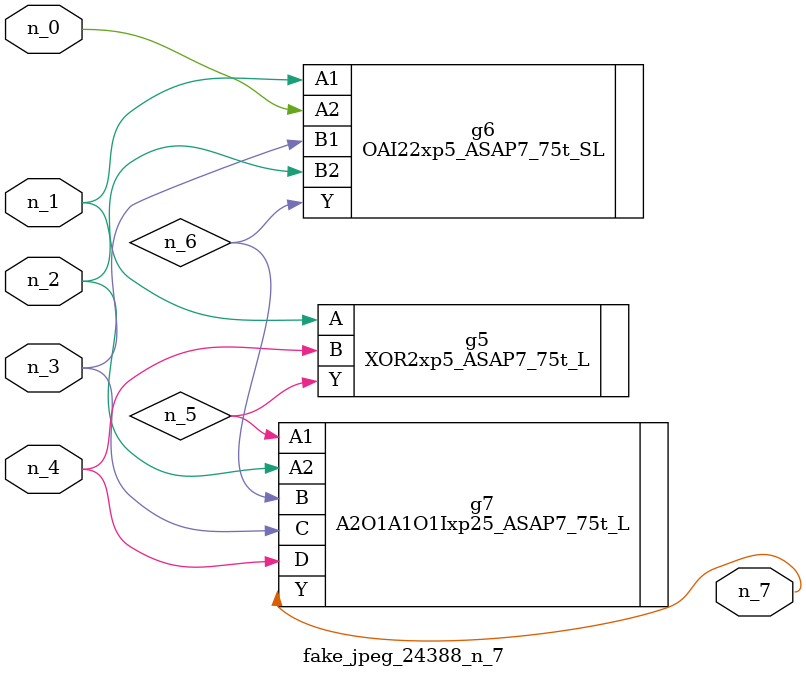
<source format=v>
module fake_jpeg_24388_n_7 (n_3, n_2, n_1, n_0, n_4, n_7);

input n_3;
input n_2;
input n_1;
input n_0;
input n_4;

output n_7;

wire n_6;
wire n_5;

XOR2xp5_ASAP7_75t_L g5 ( 
.A(n_1),
.B(n_4),
.Y(n_5)
);

OAI22xp5_ASAP7_75t_SL g6 ( 
.A1(n_1),
.A2(n_0),
.B1(n_3),
.B2(n_2),
.Y(n_6)
);

A2O1A1O1Ixp25_ASAP7_75t_L g7 ( 
.A1(n_5),
.A2(n_2),
.B(n_6),
.C(n_3),
.D(n_4),
.Y(n_7)
);


endmodule
</source>
